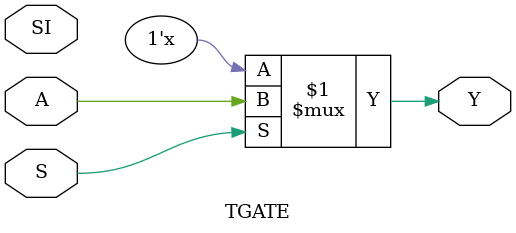
<source format=v>
`timescale 1ns / 1ps

`default_nettype wire

// ----- Verilog module for const0 -----
module const0(const0);
//----- OUTPUT PORTS -----
output [0:0] const0;

//----- BEGIN Registered ports -----
//----- END Registered ports -----

	assign const0[0] = 1'b0;
endmodule
// ----- END Verilog module for const0 -----

//----- Default net type -----
`default_nettype none

//----- Default net type -----
`default_nettype wire

// ----- Verilog module for const1 -----
module const1(const1);
//----- OUTPUT PORTS -----
output [0:0] const1;

//----- BEGIN Registered ports -----
//----- END Registered ports -----

	assign const1[0] = 1'b1;
endmodule
// ----- END Verilog module for const1 -----

//----- Default net type -----
`default_nettype none

//----- Default net type -----
`default_nettype wire

// ----- Verilog module for INVTX1 -----
module INVTX1(in,
              out);
//----- INPUT PORTS -----
input [0:0] in;
//----- OUTPUT PORTS -----
output [0:0] out;

//----- BEGIN Registered ports -----
//----- END Registered ports -----

// ----- Verilog codes of a regular inverter -----
	assign out = (in === 1'bz)? $random : ~in;

`ifdef ENABLE_TIMING
// ------ BEGIN Pin-to-pin Timing constraints -----
	specify
		(in => out) = (0.01, 0.01);
	endspecify
// ------ END Pin-to-pin Timing constraints -----
`endif
endmodule
// ----- END Verilog module for INVTX1 -----

//----- Default net type -----
`default_nettype none

//----- Default net type -----
`default_nettype wire

// ----- Verilog module for buf4 -----
module buf4(in,
            out);
//----- INPUT PORTS -----
input [0:0] in;
//----- OUTPUT PORTS -----
output [0:0] out;

//----- BEGIN Registered ports -----
//----- END Registered ports -----

// ----- Verilog codes of a regular inverter -----
	assign out = (in === 1'bz)? $random : in;

`ifdef ENABLE_TIMING
// ------ BEGIN Pin-to-pin Timing constraints -----
	specify
		(in => out) = (0.01, 0.01);
	endspecify
// ------ END Pin-to-pin Timing constraints -----
`endif
endmodule
// ----- END Verilog module for buf4 -----

//----- Default net type -----
`default_nettype none

//----- Default net type -----
`default_nettype wire

// ----- Verilog module for tap_buf4 -----
module tap_buf4(in,
                out);
//----- INPUT PORTS -----
input [0:0] in;
//----- OUTPUT PORTS -----
output [0:0] out;

//----- BEGIN Registered ports -----
//----- END Registered ports -----

// ----- Verilog codes of a regular inverter -----
	assign out = (in === 1'bz)? $random : ~in;

`ifdef ENABLE_TIMING
// ------ BEGIN Pin-to-pin Timing constraints -----
	specify
		(in => out) = (0.01, 0.01);
	endspecify
// ------ END Pin-to-pin Timing constraints -----
`endif
endmodule
// ----- END Verilog module for tap_buf4 -----

//----- Default net type -----
`default_nettype none

//----- Default net type -----
`default_nettype wire

// ----- Verilog module for sky130_fd_sc_hd__inv_2 -----
module sky130_fd_sc_hd__inv_2(A,
                              Y);
//----- INPUT PORTS -----
input [0:0] A;
//----- OUTPUT PORTS -----
output [0:0] Y;

//----- BEGIN Registered ports -----
//----- END Registered ports -----

// ----- Verilog codes of a regular inverter -----
	assign Y = (A === 1'bz)? $random : ~A;

`ifdef ENABLE_TIMING
// ------ BEGIN Pin-to-pin Timing constraints -----
	specify
		(A => Y) = (0.01, 0.01);
	endspecify
// ------ END Pin-to-pin Timing constraints -----
`endif
endmodule
// ----- END Verilog module for sky130_fd_sc_hd__inv_2 -----

//----- Default net type -----
`default_nettype none

//----- Default net type -----
`default_nettype wire

// ----- Verilog module for OR2 -----
module OR2(a,
           b,
           out);
//----- INPUT PORTS -----
input [0:0] a;
//----- INPUT PORTS -----
input [0:0] b;
//----- OUTPUT PORTS -----
output [0:0] out;

//----- BEGIN Registered ports -----
//----- END Registered ports -----

// ----- Verilog codes of a 2-input 1-output AND gate -----
	assign out[0] = a[0] | b[0];

`ifdef ENABLE_TIMING
// ------ BEGIN Pin-to-pin Timing constraints -----
	specify
		(a => out) = (0.01, 0.01);
		(b => out) = (0.005, 0.005);
	endspecify
// ------ END Pin-to-pin Timing constraints -----
`endif
endmodule
// ----- END Verilog module for OR2 -----

//----- Default net type -----
`default_nettype none

//----- Default net type -----
`default_nettype wire

// ----- Verilog module for TGATE -----
module TGATE(A,
             S,
             SI,
             Y);
//----- INPUT PORTS -----
input [0:0] A;
//----- INPUT PORTS -----
input [0:0] S;
//----- INPUT PORTS -----
input [0:0] SI;
//----- OUTPUT PORTS -----
output [0:0] Y;

//----- BEGIN Registered ports -----
//----- END Registered ports -----

	assign Y = S ? A : 1'bz;

`ifdef ENABLE_TIMING
// ------ BEGIN Pin-to-pin Timing constraints -----
	specify
		(A => Y) = (0.01, 0.01);
		(S => Y) = (0.005, 0.005);
		(SI => Y) = (0.005, 0.005);
	endspecify
// ------ END Pin-to-pin Timing constraints -----
`endif
endmodule
// ----- END Verilog module for TGATE -----

//----- Default net type -----
`default_nettype none


</source>
